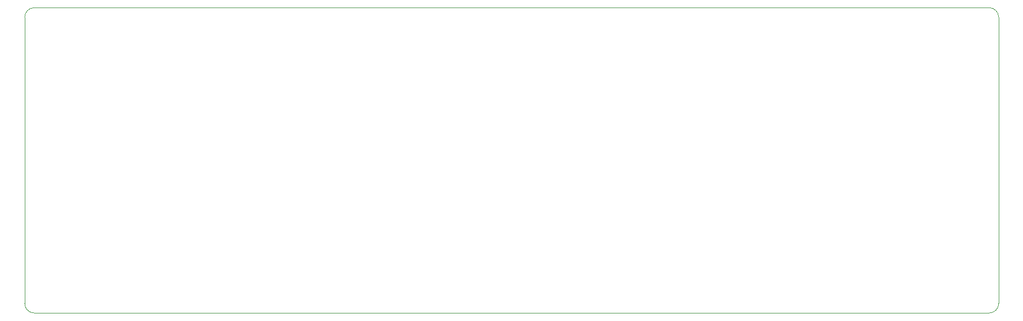
<source format=gbr>
%TF.GenerationSoftware,KiCad,Pcbnew,7.0.1-0*%
%TF.CreationDate,2023-09-22T11:11:22-04:00*%
%TF.ProjectId,Segway V7,53656777-6179-4205-9637-2e6b69636164,V1*%
%TF.SameCoordinates,Original*%
%TF.FileFunction,Profile,NP*%
%FSLAX46Y46*%
G04 Gerber Fmt 4.6, Leading zero omitted, Abs format (unit mm)*
G04 Created by KiCad (PCBNEW 7.0.1-0) date 2023-09-22 11:11:22*
%MOMM*%
%LPD*%
G01*
G04 APERTURE LIST*
%TA.AperFunction,Profile*%
%ADD10C,0.100000*%
%TD*%
G04 APERTURE END LIST*
D10*
X252500000Y-143000000D02*
G75*
G03*
X254000000Y-141500000I0J1500000D01*
G01*
X252500000Y-95000000D02*
X102500000Y-95000000D01*
X254000000Y-96500000D02*
G75*
G03*
X252500000Y-95000000I-1500000J0D01*
G01*
X254000000Y-141500000D02*
X254000000Y-96500000D01*
X102500000Y-143000000D02*
X252500000Y-143000000D01*
X102500000Y-95000000D02*
G75*
G03*
X101000000Y-96500000I0J-1500000D01*
G01*
X101000000Y-141500000D02*
G75*
G03*
X102500000Y-143000000I1500000J0D01*
G01*
X101000000Y-96500000D02*
X101000000Y-141500000D01*
M02*

</source>
